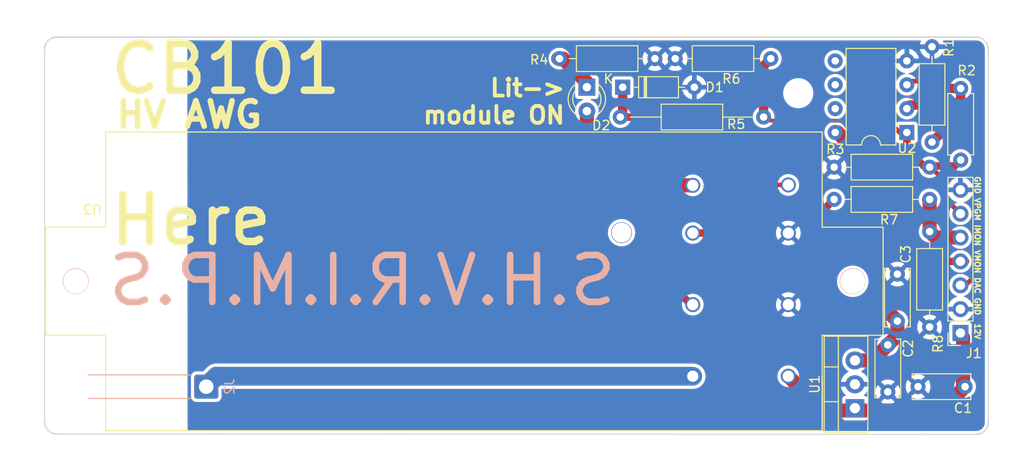
<source format=kicad_pcb>
(kicad_pcb (version 20211014) (generator pcbnew)
  (layers (0 "F.Cu" signal) (31 "B.Cu" signal) (34 "B.Paste" user) (35 "F.Paste" user) (36 "B.SilkS" user "B.Silkscreen") (37 "F.SilkS" user "F.Silkscreen") (38 "B.Mask" user) (39 "F.Mask" user) (44 "Edge.Cuts" user))
  (net 0 "")
  (net 1 "+12V")
  (net 2 "Earth")
  (net 3 "+5V")
  (net 4 "Net-(D2-Pad1)")
  (net 5 "Net-(D2-Pad2)")
  (net 6 "VPGM")
  (net 7 "Net-(R1-Pad1)")
  (net 8 "DAC_SIG")
  (net 9 "VMON")
  (net 10 "IMON")
  (net 13 "VMON_3V3")
  (net 14 "IMON_3V3")
  (net 17 "Net-(J2-Pad1)")
  (footprint "Resistor_THT:R_Axial_DIN0207_L6.3mm_D2.5mm_P10.16mm_Horizontal" (layer "F.Cu") (at 181.229 34.544 90)
    (fp_text reference "R1" (at 10.033 1.778 90) (layer "F.SilkS"))
    (fp_text value "10k")
    (fp_line (start 8.35 -1.37) (end 1.81 -1.37) (layer "F.SilkS") (width 0.12))
    (fp_line (start 9.12 0) (end 8.35 0) (layer "F.SilkS") (width 0.12))
    (fp_line (start 8.35 1.37) (end 8.35 -1.37) (layer "F.SilkS") (width 0.12))
    (fp_line (start 1.81 -1.37) (end 1.81 1.37) (layer "F.SilkS") (width 0.12))
    (fp_line (start 1.81 1.37) (end 8.35 1.37) (layer "F.SilkS") (width 0.12))
    (fp_line (start 1.04 0) (end 1.81 0) (layer "F.SilkS") (width 0.12))
    (pad "1" thru_hole circle (at 0 0 90) (size 1.6 1.6) (drill 0.8) (layers *.Cu *.Mask) (net 7 "Net-(R1-Pad1)"))
    (pad "2" thru_hole oval (at 10.16 0 90) (size 1.6 1.6) (drill 0.8) (layers *.Cu *.Mask) (net 2 "Earth"))
  )
  (footprint "Diode_THT:D_DO-35_SOD27_P7.62mm_Horizontal" (layer "F.Cu") (at 148.336 28.702)
    (fp_text reference "D1" (at 9.779 0) (layer "F.SilkS"))
    (fp_text value "TZX3V6A-TR")
    (fp_text user "K" (at -1.524 -0.889) (layer "F.SilkS"))
    (fp_line (start 1.69 1.12) (end 5.93 1.12) (layer "F.SilkS") (width 0.12))
    (fp_line (start 5.93 1.12) (end 5.93 -1.12) (layer "F.SilkS") (width 0.12))
    (fp_line (start 1.69 -1.12) (end 1.69 1.12) (layer "F.SilkS") (width 0.12))
    (fp_line (start 1.04 0) (end 1.69 0) (layer "F.SilkS") (width 0.12))
    (fp_line (start 2.41 -1.12) (end 2.41 1.12) (layer "F.SilkS") (width 0.12))
    (fp_line (start 2.29 -1.12) (end 2.29 1.12) (layer "F.SilkS") (width 0.12))
    (fp_line (start 2.53 -1.12) (end 2.53 1.12) (layer "F.SilkS") (width 0.12))
    (fp_line (start 5.93 -1.12) (end 1.69 -1.12) (layer "F.SilkS") (width 0.12))
    (fp_line (start 6.58 0) (end 5.93 0) (layer "F.SilkS") (width 0.12))
    (pad "1" thru_hole rect (at 0 0) (size 1.6 1.6) (drill 0.8) (layers *.Cu *.Mask) (net 9 "VMON"))
    (pad "2" thru_hole oval (at 7.62 0) (size 1.6 1.6) (drill 0.8) (layers *.Cu *.Mask) (net 2 "Earth"))
  )
  (footprint "Capacitor_THT:C_Disc_D6.0mm_W2.5mm_P5.00mm" (layer "F.Cu") (at 184.745 60.579 180)
    (fp_text reference "C1" (at 0.214 -2.286) (layer "F.SilkS"))
    (fp_text value "0.1uF")
    (fp_line (start 5.62 0.925) (end 5.62 1.37) (layer "F.SilkS") (width 0.12))
    (fp_line (start 5.62 -1.37) (end 5.62 -0.925) (layer "F.SilkS") (width 0.12))
    (fp_line (start -0.62 -1.37) (end 5.62 -1.37) (layer "F.SilkS") (width 0.12))
    (fp_line (start -0.62 -1.37) (end -0.62 -0.925) (layer "F.SilkS") (width 0.12))
    (fp_line (start -0.62 0.925) (end -0.62 1.37) (layer "F.SilkS") (width 0.12))
    (fp_line (start -0.62 1.37) (end 5.62 1.37) (layer "F.SilkS") (width 0.12))
    (pad "1" thru_hole circle (at 0 0 180) (size 1.6 1.6) (drill 0.8) (layers *.Cu *.Mask) (net 1 "+12V"))
    (pad "2" thru_hole circle (at 5 0 180) (size 1.6 1.6) (drill 0.8) (layers *.Cu *.Mask) (net 2 "Earth"))
  )
  (footprint "Resistor_THT:R_Axial_DIN0207_L6.3mm_D2.5mm_P10.16mm_Horizontal" (layer "F.Cu") (at 180.975 40.64 180)
    (fp_text reference "R7" (at 4.318 -2.159) (layer "F.SilkS"))
    (fp_text value "2K")
    (fp_line (start 1.81 -1.37) (end 1.81 1.37) (layer "F.SilkS") (width 0.12))
    (fp_line (start 1.81 1.37) (end 8.35 1.37) (layer "F.SilkS") (width 0.12))
    (fp_line (start 8.35 1.37) (end 8.35 -1.37) (layer "F.SilkS") (width 0.12))
    (fp_line (start 1.04 0) (end 1.81 0) (layer "F.SilkS") (width 0.12))
    (fp_line (start 8.35 -1.37) (end 1.81 -1.37) (layer "F.SilkS") (width 0.12))
    (fp_line (start 9.12 0) (end 8.35 0) (layer "F.SilkS") (width 0.12))
    (pad "1" thru_hole circle (at 0 0 180) (size 1.6 1.6) (drill 0.8) (layers *.Cu *.Mask) (net 14 "IMON_3V3"))
    (pad "2" thru_hole oval (at 10.16 0 180) (size 1.6 1.6) (drill 0.8) (layers *.Cu *.Mask) (net 10 "IMON"))
  )
  (footprint "Resistor_THT:R_Axial_DIN0207_L6.3mm_D2.5mm_P15.24mm_Horizontal" (layer "F.Cu") (at 163.322 31.877 180)
    (fp_text reference "R5" (at 2.921 -0.762) (layer "F.SilkS"))
    (fp_text value "2K")
    (fp_line (start 4.35 1.37) (end 10.89 1.37) (layer "F.SilkS") (width 0.12))
    (fp_line (start 10.89 -1.37) (end 4.35 -1.37) (layer "F.SilkS") (width 0.12))
    (fp_line (start 4.35 -1.37) (end 4.35 1.37) (layer "F.SilkS") (width 0.12))
    (fp_line (start 1.04 0) (end 4.35 0) (layer "F.SilkS") (width 0.12))
    (fp_line (start 10.89 1.37) (end 10.89 -1.37) (layer "F.SilkS") (width 0.12))
    (fp_line (start 14.2 0) (end 10.89 0) (layer "F.SilkS") (width 0.12))
    (pad "1" thru_hole circle (at 0 0 180) (size 1.6 1.6) (drill 0.8) (layers *.Cu *.Mask) (net 13 "VMON_3V3"))
    (pad "2" thru_hole oval (at 15.24 0 180) (size 1.6 1.6) (drill 0.8) (layers *.Cu *.Mask) (net 9 "VMON"))
  )
  (footprint "MountingHole:MountingHole_2.5mm" (layer "F.Cu") (at 167.005 29.337 180)
    (fp_text reference " " (at 0 -3.5) (layer "F.SilkS"))
    (fp_text value "MountingHole_2.5mm")
    (pad "" np_thru_hole circle (at 0 0 180) (size 2.5 2.5) (drill 2.5) (layers *.Cu *.Mask))
  )
  (footprint "Resistor_THT:R_Axial_DIN0207_L6.3mm_D2.5mm_P10.16mm_Horizontal" (layer "F.Cu") (at 151.765 25.654 180)
    (fp_text reference "R4" (at 12.319 -0.127) (layer "F.SilkS"))
    (fp_text value "1K")
    (fp_line (start 8.35 1.37) (end 8.35 -1.37) (layer "F.SilkS") (width 0.12))
    (fp_line (start 9.12 0) (end 8.35 0) (layer "F.SilkS") (width 0.12))
    (fp_line (start 1.81 -1.37) (end 1.81 1.37) (layer "F.SilkS") (width 0.12))
    (fp_line (start 1.04 0) (end 1.81 0) (layer "F.SilkS") (width 0.12))
    (fp_line (start 8.35 -1.37) (end 1.81 -1.37) (layer "F.SilkS") (width 0.12))
    (fp_line (start 1.81 1.37) (end 8.35 1.37) (layer "F.SilkS") (width 0.12))
    (pad "1" thru_hole circle (at 0 0 180) (size 1.6 1.6) (drill 0.8) (layers *.Cu *.Mask) (net 2 "Earth"))
    (pad "2" thru_hole oval (at 10.16 0 180) (size 1.6 1.6) (drill 0.8) (layers *.Cu *.Mask) (net 4 "Net-(D2-Pad1)"))
  )
  (footprint "LED_THT:LED_D3.0mm_Clear" (layer "F.Cu") (at 144.526 28.697 -90)
    (fp_text reference "D2" (at 4.069 -1.524) (layer "F.SilkS"))
    (fp_text value "LED")
    (fp_line (start -0.29 1.08) (end -0.29 1.236) (layer "F.SilkS") (width 0.12))
    (fp_line (start -0.29 -1.236) (end -0.29 -1.08) (layer "F.SilkS") (width 0.12))
    (fp_arc (start 2.942335 1.078608) (mid 1.366487 1.987659) (end -0.29 1.235516) (layer "F.SilkS") (width 0.12))
    (fp_arc (start 2.31113 1.079837) (mid 1.270117 1.5) (end 0.229039 1.08) (layer "F.SilkS") (width 0.12))
    (fp_arc (start 0.229039 -1.08) (mid 1.270117 -1.5) (end 2.31113 -1.079837) (layer "F.SilkS") (width 0.12))
    (fp_arc (start -0.29 -1.235516) (mid 1.366487 -1.987659) (end 2.942335 -1.078608) (layer "F.SilkS") (width 0.12))
    (pad "1" thru_hole rect (at 0 0 270) (size 1.8 1.8) (drill 0.9) (layers *.Cu *.Mask) (net 4 "Net-(D2-Pad1)"))
    (pad "2" thru_hole circle (at 2.54 0 270) (size 1.8 1.8) (drill 0.9) (layers *.Cu *.Mask) (net 5 "Net-(D2-Pad2)"))
  )
  (footprint "Package_TO_SOT_THT:TO-220-3_Vertical" (layer "F.Cu") (at 173.03 62.865 90)
    (fp_text reference "U1" (at 2.54 -4.27 90) (layer "F.SilkS"))
    (fp_text value "LM7805_TO220")
    (fp_line (start 0.69 -3.27) (end 0.69 -1.76) (layer "F.SilkS") (width 0.12))
    (fp_line (start -2.58 -3.27) (end -2.58 1.371) (layer "F.SilkS") (width 0.12))
    (fp_line (start -2.58 -1.76) (end 7.66 -1.76) (layer "F.SilkS") (width 0.12))
    (fp_line (start -2.58 -3.27) (end 7.66 -3.27) (layer "F.SilkS") (width 0.12))
    (fp_line (start -2.58 1.371) (end 7.66 1.371) (layer "F.SilkS") (width 0.12))
    (fp_line (start 4.391 -3.27) (end 4.391 -1.76) (layer "F.SilkS") (width 0.12))
    (fp_line (start 7.66 -3.27) (end 7.66 1.371) (layer "F.SilkS") (width 0.12))
    (pad "1" thru_hole rect (at 0 0 90) (size 1.905 2) (drill 1.1) (layers *.Cu *.Mask) (net 1 "+12V"))
    (pad "2" thru_hole oval (at 2.54 0 90) (size 1.905 2) (drill 1.1) (layers *.Cu *.Mask) (net 2 "Earth"))
    (pad "3" thru_hole oval (at 5.08 0 90) (size 1.905 2) (drill 1.1) (layers *.Cu *.Mask) (net 3 "+5V"))
  )
  (footprint "Capacitor_THT:C_Disc_D6.0mm_W2.5mm_P5.00mm" (layer "F.Cu") (at 176.53 56.134 -90)
    (fp_text reference "C2" (at 0.381 -2.159 90) (layer "F.SilkS"))
    (fp_text value "0.1uF")
    (fp_line (start 5.62 -1.37) (end 5.62 -0.925) (layer "F.SilkS") (width 0.12))
    (fp_line (start -0.62 1.37) (end 5.62 1.37) (layer "F.SilkS") (width 0.12))
    (fp_line (start -0.62 0.925) (end -0.62 1.37) (layer "F.SilkS") (width 0.12))
    (fp_line (start -0.62 -1.37) (end 5.62 -1.37) (layer "F.SilkS") (width 0.12))
    (fp_line (start 5.62 0.925) (end 5.62 1.37) (layer "F.SilkS") (width 0.12))
    (fp_line (start -0.62 -1.37) (end -0.62 -0.925) (layer "F.SilkS") (width 0.12))
    (pad "1" thru_hole circle (at 0 0 270) (size 1.6 1.6) (drill 0.8) (layers *.Cu *.Mask) (net 3 "+5V"))
    (pad "2" thru_hole circle (at 5 0 270) (size 1.6 1.6) (drill 0.8) (layers *.Cu *.Mask) (net 2 "Earth"))
  )
  (footprint "Capacitor_THT:C_Disc_D6.0mm_W2.5mm_P5.00mm" (layer "F.Cu") (at 177.546 53.594 90)
    (fp_text reference "C3" (at 7.112 0.889 90) (layer "F.SilkS"))
    (fp_text value "0.1uF")
    (fp_line (start -0.62 0.925) (end -0.62 1.37) (layer "F.SilkS") (width 0.12))
    (fp_line (start -0.62 -1.37) (end -0.62 -0.925) (layer "F.SilkS") (width 0.12))
    (fp_line (start 5.62 -1.37) (end 5.62 -0.925) (layer "F.SilkS") (width 0.12))
    (fp_line (start -0.62 -1.37) (end 5.62 -1.37) (layer "F.SilkS") (width 0.12))
    (fp_line (start -0.62 1.37) (end 5.62 1.37) (layer "F.SilkS") (width 0.12))
    (fp_line (start 5.62 0.925) (end 5.62 1.37) (layer "F.SilkS") (width 0.12))
    (pad "1" thru_hole circle (at 0 0 90) (size 1.6 1.6) (drill 0.8) (layers *.Cu *.Mask) (net 3 "+5V"))
    (pad "2" thru_hole circle (at 5 0 90) (size 1.6 1.6) (drill 0.8) (layers *.Cu *.Mask) (net 2 "Earth"))
  )
  (footprint "Resistor_THT:R_Axial_DIN0207_L6.3mm_D2.5mm_P10.16mm_Horizontal" (layer "F.Cu") (at 153.924 25.654)
    (fp_text reference "R6" (at 5.969 2.159) (layer "F.SilkS"))
    (fp_text value "1.1K")
    (fp_line (start 9.12 0) (end 8.35 0) (layer "F.SilkS") (width 0.12))
    (fp_line (start 8.35 1.37) (end 8.35 -1.37) (layer "F.SilkS") (width 0.12))
    (fp_line (start 1.81 1.37) (end 8.35 1.37) (layer "F.SilkS") (width 0.12))
    (fp_line (start 1.81 -1.37) (end 1.81 1.37) (layer "F.SilkS") (width 0.12))
    (fp_line (start 1.04 0) (end 1.81 0) (layer "F.SilkS") (width 0.12))
    (fp_line (start 8.35 -1.37) (end 1.81 -1.37) (layer "F.SilkS") (width 0.12))
    (pad "1" thru_hole circle (at 0 0) (size 1.6 1.6) (drill 0.8) (layers *.Cu *.Mask) (net 2 "Earth"))
    (pad "2" thru_hole oval (at 10.16 0) (size 1.6 1.6) (drill 0.8) (layers *.Cu *.Mask) (net 13 "VMON_3V3"))
  )
  (footprint "Resistor_THT:R_Axial_DIN0207_L6.3mm_D2.5mm_P10.16mm_Horizontal" (layer "F.Cu") (at 180.975 54.229 90)
    (fp_text reference "R8" (at -1.778 0.889 90) (layer "F.SilkS"))
    (fp_text value "1.1K")
    (fp_line (start 9.12 0) (end 8.35 0) (layer "F.SilkS") (width 0.12))
    (fp_line (start 1.81 1.37) (end 8.35 1.37) (layer "F.SilkS") (width 0.12))
    (fp_line (start 8.35 -1.37) (end 1.81 -1.37) (layer "F.SilkS") (width 0.12))
    (fp_line (start 1.81 -1.37) (end 1.81 1.37) (layer "F.SilkS") (width 0.12))
    (fp_line (start 8.35 1.37) (end 8.35 -1.37) (layer "F.SilkS") (width 0.12))
    (fp_line (start 1.04 0) (end 1.81 0) (layer "F.SilkS") (width 0.12))
    (pad "1" thru_hole circle (at 0 0 90) (size 1.6 1.6) (drill 0.8) (layers *.Cu *.Mask) (net 2 "Earth"))
    (pad "2" thru_hole oval (at 10.16 0 90) (size 1.6 1.6) (drill 0.8) (layers *.Cu *.Mask) (net 14 "IMON_3V3"))
  )
  (footprint "Connector_PinSocket_2.54mm:PinSocket_1x07_P2.54mm_Vertical" (layer "F.Cu") (at 184.252 54.864 180)
    (fp_text reference "J1" (at -1.422 -2.159) (layer "F.SilkS"))
    (fp_text value "Conn_01x07_Male")
    (fp_line (start 0 -1.33) (end 1.33 -1.33) (layer "F.SilkS") (width 0.12))
    (fp_line (start -1.33 1.27) (end 1.33 1.27) (layer "F.SilkS") (width 0.12))
    (fp_line (start -1.33 16.57) (end 1.33 16.57) (layer "F.SilkS") (width 0.12))
    (fp_line (start 1.33 -1.33) (end 1.33 0) (layer "F.SilkS") (width 0.12))
    (fp_line (start 1.33 1.27) (end 1.33 16.57) (layer "F.SilkS") (width 0.12))
    (fp_line (start -1.33 1.27) (end -1.33 16.57) (layer "F.SilkS") (width 0.12))
    (pad "1" thru_hole rect (at 0 0 180) (size 1.7 1.7) (drill 1) (layers *.Cu *.Mask) (net 1 "+12V"))
    (pad "2" thru_hole oval (at 0 2.54 180) (size 1.7 1.7) (drill 1) (layers *.Cu *.Mask) (net 2 "Earth"))
    (pad "3" thru_hole oval (at 0 5.08 180) (size 1.7 1.7) (drill 1) (layers *.Cu *.Mask) (net 8 "DAC_SIG"))
    (pad "4" thru_hole oval (at 0 7.62 180) (size 1.7 1.7) (drill 1) (layers *.Cu *.Mask) (net 13 "VMON_3V3"))
    (pad "5" thru_hole oval (at 0 10.16 180) (size 1.7 1.7) (drill 1) (layers *.Cu *.Mask) (net 14 "IMON_3V3"))
    (pad "6" thru_hole oval (at 0 12.7 180) (size 1.7 1.7) (drill 1) (layers *.Cu *.Mask) (net 6 "VPGM"))
    (pad "7" thru_hole oval (at 0 15.24 180) (size 1.7 1.7) (drill 1) (layers *.Cu *.Mask) (net 2 "Earth"))
  )
  (footprint "Resistor_THT:R_Axial_DIN0207_L6.3mm_D2.5mm_P10.16mm_Horizontal" (layer "F.Cu") (at 170.815 37.211)
    (fp_text reference "R3" (at 0.127 -1.905) (layer "F.SilkS"))
    (fp_text value "10k")
    (fp_line (start 8.35 1.37) (end 8.35 -1.37) (layer "F.SilkS") (width 0.12))
    (fp_line (start 9.12 0) (end 8.35 0) (layer "F.SilkS") (width 0.12))
    (fp_line (start 1.81 -1.37) (end 1.81 1.37) (layer "F.SilkS") (width 0.12))
    (fp_line (start 8.35 -1.37) (end 1.81 -1.37) (layer "F.SilkS") (width 0.12))
    (fp_line (start 1.04 0) (end 1.81 0) (layer "F.SilkS") (width 0.12))
    (fp_line (start 1.81 1.37) (end 8.35 1.37) (layer "F.SilkS") (width 0.12))
    (pad "1" thru_hole circle (at 0 0) (size 1.6 1.6) (drill 0.8) (layers *.Cu *.Mask) (net 2 "Earth"))
    (pad "2" thru_hole oval (at 10.16 0) (size 1.6 1.6) (drill 0.8) (layers *.Cu *.Mask) (net 6 "VPGM"))
  )
  (footprint "MountingHole:MountingHole_2.5mm" (layer "F.Cu") (at 90.1738 29.337 180)
    (fp_text reference " " (at 0 -3.5) (layer "F.SilkS"))
    (fp_text value "MountingHole_2.5mm")
    (pad "" np_thru_hole circle (at 0 0 180) (size 2.5 2.5) (drill 2.5) (layers *.Cu *.Mask))
  )
  (footprint "Resistor_THT:R_Axial_DIN0207_L6.3mm_D2.5mm_P7.62mm_Horizontal" (layer "F.Cu") (at 184.277 28.829 -90)
    (fp_text reference "R2" (at -1.905 -0.635) (layer "F.SilkS"))
    (fp_text value "4.7k")
    (fp_line (start 7.08 1.37) (end 7.08 1.04) (layer "F.SilkS") (width 0.12))
    (fp_line (start 0.54 -1.37) (end 7.08 -1.37) (layer "F.SilkS") (width 0.12))
    (fp_line (start 0.54 1.37) (end 7.08 1.37) (layer "F.SilkS") (width 0.12))
    (fp_line (start 0.54 1.04) (end 0.54 1.37) (layer "F.SilkS") (width 0.12))
    (fp_line (start 7.08 -1.37) (end 7.08 -1.04) (layer "F.SilkS") (width 0.12))
    (fp_line (start 0.54 -1.04) (end 0.54 -1.37) (layer "F.SilkS") (width 0.12))
    (pad "1" thru_hole circle (at 0 0 270) (size 1.6 1.6) (drill 0.8) (layers *.Cu *.Mask) (net 7 "Net-(R1-Pad1)"))
    (pad "2" thru_hole oval (at 7.62 0 270) (size 1.6 1.6) (drill 0.8) (layers *.Cu *.Mask) (net 6 "VPGM"))
  )
  (footprint "Package_DIP:DIP-8_W7.62mm" (layer "F.Cu") (at 178.552 33.518 180)
    (fp_text reference "U2" (at -0.01 -1.661) (layer "F.SilkS"))
    (fp_text value "NE5532")
    (fp_line (start 6.46 -1.33) (end 4.81 -1.33) (layer "F.SilkS") (width 0.12))
    (fp_line (start 1.16 -1.33) (end 1.16 8.95) (layer "F.SilkS") (width 0.12))
    (fp_line (start 1.16 8.95) (end 6.46 8.95) (layer "F.SilkS") (width 0.12))
    (fp_line (start 2.81 -1.33) (end 1.16 -1.33) (layer "F.SilkS") (width 0.12))
    (fp_line (start 6.46 8.95) (end 6.46 -1.33) (layer "F.SilkS") (width 0.12))
    (fp_arc (start 4.81 -1.33) (mid 3.81 -0.33) (end 2.81 -1.33) (layer "F.SilkS") (width 0.12))
    (pad "1" thru_hole rect (at 0 0 180) (size 1.6 1.6) (drill 0.8) (layers *.Cu *.Mask) (net 6 "VPGM"))
    (pad "2" thru_hole oval (at 0 2.54 180) (size 1.6 1.6) (drill 0.8) (layers *.Cu *.Mask) (net 7 "Net-(R1-Pad1)"))
    (pad "3" thru_hole oval (at 0 5.08 180) (size 1.6 1.6) (drill 0.8) (layers *.Cu *.Mask) (net 8 "DAC_SIG"))
    (pad "4" thru_hole oval (at 0 7.62 180) (size 1.6 1.6) (drill 0.8) (layers *.Cu *.Mask) (net 2 "Earth"))
    (pad "5" thru_hole oval (at 7.62 7.62 180) (size 1.6 1.6) (drill 0.8) (layers *.Cu *.Mask))
    (pad "6" thru_hole oval (at 7.62 5.08 180) (size 1.6 1.6) (drill 0.8) (layers *.Cu *.Mask))
    (pad "7" thru_hole oval (at 7.62 2.54 180) (size 1.6 1.6) (drill 0.8) (layers *.Cu *.Mask))
    (pad "8" thru_hole oval (at 7.62 0 180) (size 1.6 1.6) (drill 0.8) (layers *.Cu *.Mask) (net 3 "+5V"))
  )
  (footprint "Connector_Wire:SolderWire-0.75sqmm_1x01_D1.25mm_OD2.3mm_Relief" (layer "B.Cu") (at 104.053 60.579 90)
    (fp_text reference "J2" (at 0 2.47 90) (layer "B.SilkS") (effects (justify mirror)))
    (fp_text value "Conn_01x01_Male")
    (fp_line (start -1.26 -1.535) (end -1.26 -12.54) (layer "B.SilkS") (width 0.12))
    (fp_line (start 1.26 -1.535) (end 1.26 -12.54) (layer "B.SilkS") (width 0.12))
    (pad "" np_thru_hole circle (at 0 -13.8 90) (size 2.8 2.8) (drill 2.8) (layers *.Cu *.Mask))
    (pad "1" thru_hole roundrect (at 0 0 90) (size 2.55 2.55) (drill 1.55) (layers *.Cu *.Mask) (roundrect_rratio 0.09803882353) (net 17 "Net-(J2-Pad1)"))
  )
  (footprint "Library:CB101" (layer "B.Cu") (at 176.0893 33.5144 180)
    (fp_text reference "U3" (at 84.1413 -8.1416 180 unlocked) (layer "F.SilkS"))
    (fp_text value "CB101")
    (fp_circle (center 85.9155 -15.837) (end 84.5945 -15.837) (layer "B.SilkS") (width 0.12) (fill none))
    (fp_circle (center 3.302 -15.837) (end 1.981 -15.837) (layer "B.SilkS") (width 0.12) (fill none))
    (fp_line (start 0.0635 -21.59) (end 6.5405 -21.59) (layer "F.SilkS") (width 0.12))
    (fp_line (start 89.0905 -21.59) (end 82.7405 -21.59) (layer "F.SilkS") (width 0.12))
    (fp_line (start 6.5405 -21.59) (end 6.5405 -31.75) (layer "F.SilkS") (width 0.12))
    (fp_line (start 0.0635 -21.59) (end 0.0635 -15.85) (layer "F.SilkS") (width 0.12))
    (fp_line (start 82.7405 -10.084) (end 82.7405 0.05) (layer "F.SilkS") (width 0.12))
    (fp_line (start 0.0635 -10.084) (end 6.5405 -10.084) (layer "F.SilkS") (width 0.12))
    (fp_line (start 89.0905 -10.084) (end 89.0905 -15.824) (layer "F.SilkS") (width 0.12))
    (fp_line (start 6.5405 -31.75) (end 82.7405 -31.75) (layer "F.SilkS") (width 0.12))
    (fp_line (start 89.0905 -15.85) (end 89.0905 -21.59) (layer "F.SilkS") (width 0.12))
    (fp_line (start 89.0905 -10.084) (end 82.7405 -10.084) (layer "F.SilkS") (width 0.12))
    (fp_line (start 6.5405 -10.084) (end 6.5405 0.05) (layer "F.SilkS") (width 0.12))
    (fp_line (start 82.7405 -31.75) (end 82.7405 -21.59) (layer "F.SilkS") (width 0.12))
    (fp_line (start 6.5405 -31.75) (end 6.5405 -25.95) (layer "F.SilkS") (width 0.12))
    (fp_line (start 0.0635 -15.824) (end 0.0635 -10.084) (layer "F.SilkS") (width 0.12))
    (fp_line (start 6.5405 0.05) (end 82.7405 0.05) (layer "F.SilkS") (width 0.12))
    (pad "" thru_hole circle (at 3.2893 -15.8496) (size 2.64 2.64) (drill 2.64) (layers *.Cu *.Mask))
    (pad "" thru_hole circle locked (at 85.9155 -15.8496) (size 2.64 2.64) (drill 2.64) (layers *.Cu *.Mask))
    (pad "1" thru_hole circle (at 10.1405 -25.95) (size 1.6 1.6) (drill 1.2) (layers *.Cu *.Mask) (net 1 "+12V"))
    (pad "2" thru_hole circle (at 10.1405 -18.33) (size 1.6 1.6) (drill 1.2) (layers *.Cu *.Mask) (net 2 "Earth"))
    (pad "3" thru_hole circle (at 10.1405 -10.71) (size 1.6 1.6) (drill 1.2) (layers *.Cu *.Mask) (net 2 "Earth"))
    (pad "4" thru_hole circle (at 10.1405 -5.588) (size 1.6 1.6) (drill 1.2) (layers *.Cu *.Mask) (net 6 "VPGM"))
    (pad "5" thru_hole circle (at 20.3005 -5.63) (size 1.6 1.6) (drill 1.2) (layers *.Cu *.Mask) (net 5 "Net-(D2-Pad2)"))
    (pad "6" thru_hole circle (at 20.3005 -10.71) (size 1.6 1.6) (drill 1.2) (layers *.Cu *.Mask) (net 10 "IMON"))
    (pad "7" thru_hole circle (at 20.3005 -18.33) (size 1.6 1.6) (drill 1.2) (layers *.Cu *.Mask) (net 9 "VMON"))
    (pad "8" thru_hole circle (at 20.3005 -25.95) (size 1.6 1.6) (drill 1.2) (layers *.Cu *.Mask) (net 17 "Net-(J2-Pad1)"))
    (pad "9" thru_hole circle (at 27.8765 -10.668) (size 2.2 2.2) (drill 2.1) (layers *.Cu *.Mask))
  )
  (gr_line (start 86.868 24.638) (end 86.868 64.344) (layer "Edge.Cuts") (width 0.1))
  (gr_arc (start 88.138 65.614) (mid 87.239974 65.242026) (end 86.868 64.344) (layer "Edge.Cuts") (width 0.15))
  (gr_line (start 185.928 23.368) (end 88.138 23.368) (layer "Edge.Cuts") (width 0.15))
  (gr_arc (start 187.198 64.379974) (mid 186.826026 65.278) (end 185.928 65.649974) (layer "Edge.Cuts") (width 0.15))
  (gr_arc (start 185.928 23.368) (mid 186.826026 23.739974) (end 187.198 24.638) (layer "Edge.Cuts") (width 0.15))
  (gr_line (start 88.138 65.614) (end 185.928 65.649974) (layer "Edge.Cuts") (width 0.1))
  (gr_line (start 187.198 64.379974) (end 187.198 24.638) (layer "Edge.Cuts") (width 0.1))
  (gr_arc (start 86.868 24.638) (mid 87.239974 23.739974) (end 88.138 23.368) (layer "Edge.Cuts") (width 0.15))
  (gr_text "S.H.V.R.I.M.P.S" (at 120.65 49.276) (layer "B.SilkS") (effects (font (size 5 5) (thickness 0.7)) (justify mirror)))
  (gr_text "HV AWG" (at 102.235 31.623) (layer "F.SilkS") (effects (font (size 2.7 2.7) (thickness 0.6))))
  (gr_text "GND VPGM IMON VMON DAC GND  12V" (at 186.055 46.863 -90) (layer "F.SilkS") (effects (font (size 0.6 0.6))))
  (gr_text "Lit->\nmodule ON" (at 142.367 30.226) (layer "F.SilkS") (effects (font (size 1.8 1.8) (thickness 0.4)) (justify right)))
  (gr_text "CB101\n\nHere" (at 93.472 34.798) (layer "F.SilkS") (effects (font (size 5 5) (thickness 0.8)) (justify left)))
  (segment (start 184.531 60.365) (end 184.531 55.372) (width 1.5) (layer "F.Cu") (net 1))
  (segment (start 184.745 60.579) (end 184.531 60.365) (width 1) (layer "F.Cu") (net 1))
  (segment (start 184.15 54.966) (end 184.252 54.864) (width 1) (layer "F.Cu") (net 1))
  (segment (start 169.6034 63.119) (end 182.205 63.119) (width 1.5) (layer "F.Cu") (net 1))
  (segment (start 184.531 55.372) (end 184.15 54.991) (width 1.5) (layer "F.Cu") (net 1))
  (segment (start 184.15 54.991) (end 184.15 54.966) (width 1) (layer "F.Cu") (net 1))
  (segment (start 182.205 63.119) (end 184.745 60.579) (width 1.5) (layer "F.Cu") (net 1))
  (segment (start 165.9488 59.4644) (end 169.6034 63.119) (width 1.5) (layer "F.Cu") (net 1))
  (segment (start 177.546 55.118) (end 176.53 56.134) (width 1.5) (layer "F.Cu") (net 3))
  (segment (start 175.26 51.308) (end 177.546 53.594) (width 1.5) (layer "F.Cu") (net 3))
  (segment (start 174.879 57.785) (end 173.03 57.785) (width 1.5) (layer "F.Cu") (net 3))
  (segment (start 171.186 33.518) (end 175.26 37.592) (width 1.5) (layer "F.Cu") (net 3))
  (segment (start 170.932 33.518) (end 171.186 33.518) (width 1.5) (layer "F.Cu") (net 3))
  (segment (start 175.26 37.592) (end 175.26 51.308) (width 1.5) (layer "F.Cu") (net 3))
  (segment (start 176.53 56.134) (end 174.879 57.785) (width 1.5) (layer "F.Cu") (net 3))
  (segment (start 177.546 53.594) (end 177.546 55.118) (width 1.5) (layer "F.Cu") (net 3))
  (segment (start 141.478 25.654) (end 141.605 25.654) (width 0.5) (layer "F.Cu") (net 4))
  (segment (start 141.986 25.654) (end 144.526 28.194) (width 1.5) (layer "F.Cu") (net 4))
  (segment (start 144.526 28.194) (end 144.526 28.702) (width 1.5) (layer "F.Cu") (net 4))
  (segment (start 141.478 25.654) (end 141.986 25.654) (width 1.5) (layer "F.Cu") (net 4))
  (segment (start 144.526 28.697) (end 144.526 28.702) (width 0.5) (layer "F.Cu") (net 4))
  (segment (start 144.526 33.274) (end 150.3964 39.1444) (width 1.5) (layer "F.Cu") (net 5))
  (segment (start 144.526 31.237) (end 144.526 33.274) (width 1.5) (layer "F.Cu") (net 5))
  (segment (start 150.3964 39.1444) (end 155.7888 39.1444) (width 1.5) (layer "F.Cu") (net 5))
  (segment (start 182.626 40.538) (end 182.626 38.735) (width 0.5) (layer "F.Cu") (net 6))
  (segment (start 183.642 37.084) (end 184.277 36.449) (width 0.8) (layer "F.Cu") (net 6))
  (segment (start 177.8 33.528) (end 174.879 30.607) (width 0.5) (layer "F.Cu") (net 6))
  (segment (start 178.562 33.528) (end 178.562 35.306) (width 0.8) (layer "F.Cu") (net 6))
  (segment (start 164.5784 39.1024) (end 165.9488 39.1024) (width 0.5) (layer "F.Cu") (net 6))
  (segment (start 180.34 37.084) (end 180.975 37.084) (width 0.5) (layer "F.Cu") (net 6))
  (segment (start 172.339 24.13) (end 162.179 24.13) (width 0.5) (layer "F.Cu") (net 6))
  (segment (start 174.879 30.607) (end 174.879 26.67) (width 0.5) (layer "F.Cu") (net 6))
  (segment (start 184.252 42.164) (end 182.626 40.538) (width 0.5) (layer "F.Cu") (net 6))
  (segment (start 174.879 26.67) (end 172.339 24.13) (width 0.5) (layer "F.Cu") (net 6))
  (segment (start 162.179 24.13) (end 160.909 25.4) (width 0.5) (layer "F.Cu") (net 6))
  (segment (start 178.562 33.528) (end 177.8 33.528) (width 0.5) (layer "F.Cu") (net 6))
  (segment (start 160.909 25.4) (end 160.909 35.433) (width 0.5) (layer "F.Cu") (net 6))
  (segment (start 180.975 37.084) (end 183.642 37.084) (width 0.8) (layer "F.Cu") (net 6))
  (segment (start 182.626 38.735) (end 180.975 37.084) (width 0.5) (layer "F.Cu") (net 6))
  (segment (start 160.909 35.433) (end 164.5784 39.1024) (width 0.5) (layer "F.Cu") (net 6))
  (segment (start 178.562 35.306) (end 180.34 37.084) (width 0.8) (layer "F.Cu") (net 6))
  (segment (start 181.239 30.597) (end 178.933 30.597) (width 1) (layer "F.Cu") (net 7))
  (segment (start 181.229 34.544) (end 184.277 31.496) (width 1) (layer "F.Cu") (net 7))
  (segment (start 178.933 30.597) (end 178.552 30.978) (width 1) (layer "F.Cu") (net 7))
  (segment (start 184.277 31.496) (end 184.277 28.829) (width 1) (layer "F.Cu") (net 7))
  (segment (start 184.277 28.829) (end 183.007 28.829) (width 1) (layer "F.Cu") (net 7))
  (segment (start 183.007 28.829) (end 181.239 30.597) (width 1) (layer "F.Cu") (net 7))
  (segment (start 186.182 48.387) (end 186.182 27.94) (width 0.5) (layer "F.Cu") (net 8))
  (segment (start 184.785 49.784) (end 186.182 48.387) (width 0.5) (layer "F.Cu") (net 8))
  (segment (start 186.182 27.94) (end 184.658 26.416) (width 0.5) (layer "F.Cu") (net 8))
  (segment (start 181.61 26.416) (end 179.969 28.057) (width 0.5) (layer "F.Cu") (net 8))
  (segment (start 179.969 28.057) (end 178.425 28.057) (width 0.5) (layer "F.Cu") (net 8))
  (segment (start 184.658 26.416) (end 181.61 26.416) (width 0.5) (layer "F.Cu") (net 8))
  (segment (start 148.336 31.496) (end 148.082 31.75) (width 0.5) (layer "F.Cu") (net 9))
  (segment (start 154.94 31.877) (end 159.004 35.941) (width 0.8) (layer "F.Cu") (net 9))
  (segment (start 148.082 31.75) (end 148.209 31.877) (width 0.5) (layer "F.Cu") (net 9))
  (segment (start 159.004 40.005) (end 157.48 41.529) (width 0.8) (layer "F.Cu") (net 9))
  (segment (start 148.336 28.702) (end 148.336 31.496) (width 1) (layer "F.Cu") (net 9))
  (segment (start 159.004 35.941) (end 159.004 40.005) (width 0.8) (layer "F.Cu") (net 9))
  (segment (start 153.162 43.307) (end 153.162 49.403) (width 0.8) (layer "F.Cu") (net 9))
  (segment (start 155.6034 51.8444) (end 155.7888 51.8444) (width 0.5) (layer "F.Cu") (net 9))
  (segment (start 154.94 41.529) (end 153.162 43.307) (width 0.8) (layer "F.Cu") (net 9))
  (segment (start 148.209 31.877) (end 154.94 31.877) (width 0.8) (layer "F.Cu") (net 9))
  (segment (start 153.162 49.403) (end 155.6034 51.8444) (width 0.8) (layer "F.Cu") (net 9))
  (segment (start 157.48 41.529) (end 154.94 41.529) (width 0.8) (layer "F.Cu") (net 9))
  (segment (start 163.195 41.529) (end 169.926 41.529) (width 0.8) (layer "F.Cu") (net 10))
  (segment (start 155.7888 44.2244) (end 160.4996 44.2244) (width 0.8) (layer "F.Cu") (net 10))
  (segment (start 160.4996 44.2244) (end 163.195 41.529) (width 0.8) (layer "F.Cu") (net 10))
  (segment (start 169.926 41.529) (end 170.815 40.64) (width 0.8) (layer "F.Cu") (net 10))
  (segment (start 172.847 32.258) (end 178.435 37.846) (width 0.8) (layer "F.Cu") (net 13))
  (segment (start 172.212 32.258) (end 172.847 32.258) (width 0.5) (layer "F.Cu") (net 13))
  (segment (start 172.085 32.258) (end 164.084 32.258) (width 0.4) (layer "F.Cu") (net 13))
  (segment (start 163.322 26.416) (end 164.084 25.654) (width 1) (layer "F.Cu") (net 13))
  (segment (start 163.322 31.877) (end 163.322 26.416) (width 1) (layer "F.Cu") (net 13))
  (segment (start 164.084 32.258) (end 163.576 31.75) (width 0.4) (layer "F.Cu") (net 13))
  (segment (start 180.975 47.244) (end 184.785 47.244) (width 0.8) (layer "F.Cu") (net 13))
  (segment (start 178.435 37.846) (end 178.435 44.704) (width 0.8) (layer "F.Cu") (net 13))
  (segment (start 178.435 44.704) (end 180.975 47.244) (width 0.8) (layer "F.Cu") (net 13))
  (segment (start 181.61 44.704) (end 180.975 44.069) (width 1.5) (layer "F.Cu") (net 14))
  (segment (start 180.975 44.069) (end 180.975 40.64) (width 1.5) (layer "F.Cu") (net 14))
  (segment (start 184.252 44.704) (end 181.61 44.704) (width 1.5) (layer "F.Cu") (net 14))
  (segment (start 104.013 60.579) (end 105.1276 59.4644) (width 2) (layer "B.Cu") (net 17))
  (segment (start 105.1276 59.4644) (end 155.7888 59.4644) (width 2) (layer "B.Cu") (net 17))
  (segment (start 104.053 60.579) (end 104.013 60.579) (width 0.5) (layer "B.Cu") (net 17))
  (zone (net 2) (net_name "Earth") (layer "B.Cu") (name "EARTH") (connect_pads thru_hole_only (clearance 0.35)) (min_thickness 0.127) (fill yes (thermal_gap 0.508) (thermal_bridge_width 0.508))
    (polygon (pts (xy 102.06339 66.440183) (xy 102.040355 19.414669) (xy 188.389203 19.683544) (xy 188.468 66.802)))
  )
)
</source>
